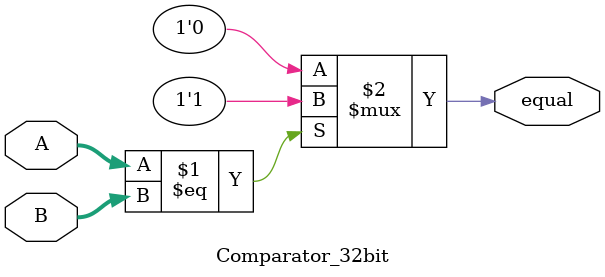
<source format=v>
module Comparator_32bit(A, B, equal);
input [31:0] A;
input [31:0] B;
output equal;

	assign equal = (A == B)? 1'b1: 1'b0;

endmodule 
</source>
